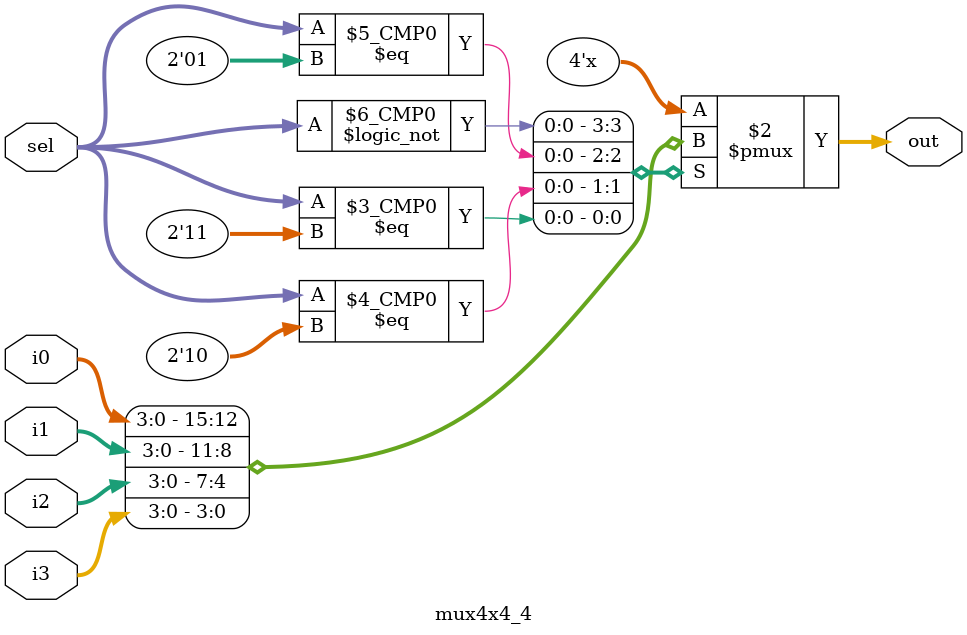
<source format=sv>
`timescale 1ps/1ps
module mux4x4_4(
	input logic [3:0] i0, i1, i2, i3,
	input logic [1:0] sel,
	output logic [3:0] out
);

	always_comb begin
		case(sel)
			2'b00: out = i0;
			2'b01: out = i1;
			2'b10: out = i2;
			2'b11: out = i3;
            default: out = 'X;
		endcase
	end
endmodule

</source>
